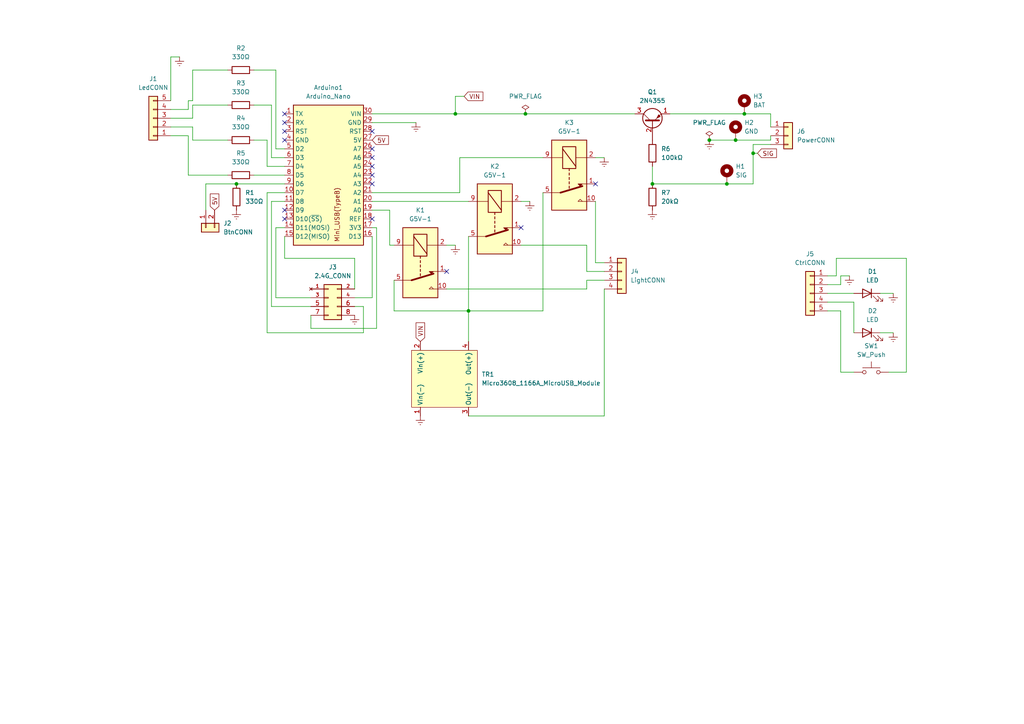
<source format=kicad_sch>
(kicad_sch (version 20211123) (generator eeschema)
  (paper "A4")
  (lib_symbols
    (symbol "Connector_Generic:Conn_01x02" (pin_names (offset 1.016) hide)
      (property "Reference" "J" (at 0 2.54 0))
      (property "Value" "Conn_01x02" (at 0 -5.08 0))
      (symbol "Conn_01x02_1_1"
        (rectangle (start -1.27 -2.413) (end 0 -2.667) (stroke (width 0.1524)))
        (rectangle (start -1.27 0.127) (end 0 -0.127) (stroke (width 0.1524)))
        (rectangle (start -1.27 1.27) (end 1.27 -3.81) (stroke (width 0.254)) (fill (type background)))
        (pin passive line (at -5.08 0 0) (length 3.81) (name "Pin_1") (number "1"))
        (pin passive line (at -5.08 -2.54 0) (length 3.81) (name "Pin_2") (number "2"))
      )
    )
    (symbol "Connector_Generic:Conn_01x04" (pin_names (offset 1.016) hide)
      (property "Reference" "J" (at 0 5.08 0))
      (property "Value" "Conn_01x04" (at 0 -7.62 0))
      (symbol "Conn_01x04_1_1"
        (rectangle (start -1.27 -4.953) (end 0 -5.207) (stroke (width 0.1524)))
        (rectangle (start -1.27 -2.413) (end 0 -2.667) (stroke (width 0.1524)))
        (rectangle (start -1.27 0.127) (end 0 -0.127) (stroke (width 0.1524)))
        (rectangle (start -1.27 2.667) (end 0 2.413) (stroke (width 0.1524)))
        (rectangle (start -1.27 3.81) (end 1.27 -6.35) (stroke (width 0.254)) (fill (type background)))
        (pin passive line (at -5.08 2.54 0) (length 3.81) (name "Pin_1") (number "1"))
        (pin passive line (at -5.08 0 0) (length 3.81) (name "Pin_2") (number "2"))
        (pin passive line (at -5.08 -2.54 0) (length 3.81) (name "Pin_3") (number "3"))
        (pin passive line (at -5.08 -5.08 0) (length 3.81) (name "Pin_4") (number "4"))
      )
    )
    (symbol "Connector_Generic:Conn_01x05" (pin_names (offset 1.016) hide)
      (property "Reference" "J" (at 0 7.62 0))
      (property "Value" "Conn_01x05" (at 0 -7.62 0))
      (symbol "Conn_01x05_1_1"
        (rectangle (start -1.27 -4.953) (end 0 -5.207) (stroke (width 0.1524)))
        (rectangle (start -1.27 -2.413) (end 0 -2.667) (stroke (width 0.1524)))
        (rectangle (start -1.27 0.127) (end 0 -0.127) (stroke (width 0.1524)))
        (rectangle (start -1.27 2.667) (end 0 2.413) (stroke (width 0.1524)))
        (rectangle (start -1.27 5.207) (end 0 4.953) (stroke (width 0.1524)))
        (rectangle (start -1.27 6.35) (end 1.27 -6.35) (stroke (width 0.254)) (fill (type background)))
        (pin passive line (at -5.08 5.08 0) (length 3.81) (name "Pin_1") (number "1"))
        (pin passive line (at -5.08 2.54 0) (length 3.81) (name "Pin_2") (number "2"))
        (pin passive line (at -5.08 0 0) (length 3.81) (name "Pin_3") (number "3"))
        (pin passive line (at -5.08 -2.54 0) (length 3.81) (name "Pin_4") (number "4"))
        (pin passive line (at -5.08 -5.08 0) (length 3.81) (name "Pin_5") (number "5"))
      )
    )
    (symbol "Connector_Generic:PowerCONN" (pin_names (offset 1.016) hide)
      (property "Reference" "J1" (at 2.54 1.2701 0))
      (property "Value" "PowerCONN" (at 2.54 -1.2699 0))
      (symbol "PowerCONN_1_1"
        (rectangle (start -1.27 -2.413) (end 0 -2.667) (stroke (width 0.1524)))
        (rectangle (start -1.27 0.127) (end 0 -0.127) (stroke (width 0.1524)))
        (rectangle (start -1.27 2.667) (end 0 2.413) (stroke (width 0.1524)))
        (rectangle (start -1.27 3.81) (end 1.27 -3.81) (stroke (width 0.254)) (fill (type background)))
        (pin passive line (at -5.08 2.54 0) (length 3.81) (name "Power") (number "1"))
        (pin passive line (at -5.08 0 0) (length 3.81) (name "Ground") (number "2"))
        (pin passive line (at -5.08 -2.54 0) (length 3.81) (name "Charging_Signal") (number "3"))
      )
    )
    (symbol "Connector_Generic_MountingPin:2.4G_CONN" (pin_names (offset 1.016) hide)
      (property "Reference" "J2" (at 1.27 8.89 0))
      (property "Value" "2.4G_CONN" (at 1.27 6.35 0))
      (symbol "2.4G_CONN_1_1"
        (rectangle (start -1.27 -4.953) (end 0 -5.207) (stroke (width 0.1524)))
        (rectangle (start -1.27 -2.413) (end 0 -2.667) (stroke (width 0.1524)))
        (rectangle (start -1.27 0.127) (end 0 -0.127) (stroke (width 0.1524)))
        (rectangle (start -1.27 2.667) (end 0 2.413) (stroke (width 0.1524)))
        (rectangle (start -1.27 3.81) (end 3.81 -6.35) (stroke (width 0.254)) (fill (type background)))
        (rectangle (start 3.81 -4.953) (end 2.54 -5.207) (stroke (width 0.1524)))
        (rectangle (start 3.81 -2.413) (end 2.54 -2.667) (stroke (width 0.1524)))
        (rectangle (start 3.81 0.127) (end 2.54 -0.127) (stroke (width 0.1524)))
        (rectangle (start 3.81 2.667) (end 2.54 2.413) (stroke (width 0.1524)))
        (pin no_connect line (at -5.08 2.54 0) (length 3.81) (name "EMPTY") (number "1"))
        (pin passive line (at 7.62 2.54 180) (length 3.81) (name "MISO") (number "2"))
        (pin passive line (at -5.08 0 0) (length 3.81) (name "MOSI") (number "3"))
        (pin passive line (at 7.62 0 180) (length 3.81) (name "SCLK") (number "4"))
        (pin passive line (at -5.08 -2.54 0) (length 3.81) (name "CSN") (number "5"))
        (pin passive line (at 7.62 -2.54 180) (length 3.81) (name "CE") (number "6"))
        (pin passive line (at -5.08 -5.08 0) (length 3.81) (name "VCC") (number "7"))
        (pin passive line (at 7.62 -5.08 180) (length 3.81) (name "GND") (number "8"))
      )
    )
    (symbol "Converter_DCDC:Micro3608_1166A_MicroUSB_Module"
      (property "Reference" "TR" (at 0 -11.43 0))
      (property "Value" "Micro3608_1166A_MicroUSB_Module" (at 0 -8.89 0))
      (symbol "Micro3608_1166A_MicroUSB_Module_0_1"
        (rectangle (start -8.89 11.43) (end 7.62 -7.62) (fill (type background)))
      )
      (symbol "Micro3608_1166A_MicroUSB_Module_1_1"
        (pin power_in line (at -11.43 8.89 0) (length 2.54) (name "Vin(-)") (number "1"))
        (pin power_in line (at 10.16 8.89 180) (length 2.54) (name "Vin(+)") (number "2"))
        (pin power_out line (at -11.43 -5.08 0) (length 2.54) (name "Out(-)") (number "3"))
        (pin power_out line (at 10.16 -5.08 180) (length 2.54) (name "Out(+)") (number "4"))
      )
    )
    (symbol "Device:LED" (pin_numbers hide) (pin_names (offset 1.016) hide)
      (property "Reference" "D" (at 0 2.54 0))
      (property "Value" "LED" (at 0 -2.54 0))
      (symbol "LED_0_1"
        (polyline (pts (xy -1.27 -1.27) (xy -1.27 1.27)) (stroke (width 0.254)))
        (polyline (pts (xy -1.27 0) (xy 1.27 0)))
        (polyline (pts (xy 1.27 -1.27) (xy 1.27 1.27) (xy -1.27 0) (xy 1.27 -1.27)) (stroke (width 0.254)))
        (polyline (pts (xy -3.048 -0.762) (xy -4.572 -2.286) (xy -3.81 -2.286) (xy -4.572 -2.286) (xy -4.572 -1.524)))
        (polyline (pts (xy -1.778 -0.762) (xy -3.302 -2.286) (xy -2.54 -2.286) (xy -3.302 -2.286) (xy -3.302 -1.524)))
      )
      (symbol "LED_1_1"
        (pin passive line (at -3.81 0 0) (length 2.54) (name "K") (number "1"))
        (pin passive line (at 3.81 0 180) (length 2.54) (name "A") (number "2"))
      )
    )
    (symbol "Device:R" (pin_numbers hide) (pin_names (offset 0))
      (property "Reference" "R" (at 2.032 0 90))
      (property "Value" "R" (at 0 0 90))
      (symbol "R_0_1"
        (rectangle (start -1.016 -2.54) (end 1.016 2.54) (stroke (width 0.254)))
      )
      (symbol "R_1_1"
        (pin passive line (at 0 3.81 270) (length 1.27) (name "~") (number "1"))
        (pin passive line (at 0 -3.81 90) (length 1.27) (name "~") (number "2"))
      )
    )
    (symbol "MCU_Module:Arduino_Nano"
      (property "Reference" "Arduino1" (at 0 26.67 0))
      (property "Value" "Arduino_Nano" (at 0 24.13 0))
      (symbol "Arduino_Nano_0_0"
        (text "Mini_USB(TypeB)" (at 2.54 -10.16 900) (effects (font (size 1.27 1.27))))
      )
      (symbol "Arduino_Nano_0_1"
        (rectangle (start -10.16 21.59) (end 10.16 -19.05) (stroke (width 0.254)) (fill (type background)))
      )
      (symbol "Arduino_Nano_1_1"
        (pin input line (at -12.7 19.05 0) (length 2.54) (name "TX") (number "1"))
        (pin bidirectional line (at -12.7 -3.81 0) (length 2.54) (name "D7") (number "10"))
        (pin bidirectional line (at -12.7 -6.35 0) (length 2.54) (name "D8") (number "11"))
        (pin bidirectional line (at -12.7 -8.89 0) (length 2.54) (name "D9") (number "12"))
        (pin bidirectional line (at -12.7 -11.43 0) (length 2.54) (name "D10(~{SS})") (number "13"))
        (pin bidirectional line (at -12.7 -13.97 0) (length 2.54) (name "D11(MOSI)") (number "14"))
        (pin bidirectional line (at -12.7 -16.51 0) (length 2.54) (name "D12(MISO)") (number "15"))
        (pin bidirectional line (at 12.7 -16.51 180) (length 2.54) (name "D13") (number "16"))
        (pin bidirectional line (at 12.7 -13.97 180) (length 2.54) (name "3V3") (number "17"))
        (pin bidirectional line (at 12.7 -11.43 180) (length 2.54) (name "REF") (number "18"))
        (pin bidirectional line (at 12.7 -8.89 180) (length 2.54) (name "A0") (number "19"))
        (pin output line (at -12.7 16.51 0) (length 2.54) (name "RX") (number "2"))
        (pin bidirectional line (at 12.7 -6.35 180) (length 2.54) (name "A1") (number "20"))
        (pin bidirectional line (at 12.7 -3.81 180) (length 2.54) (name "A2") (number "21"))
        (pin bidirectional line (at 12.7 -1.27 180) (length 2.54) (name "A3") (number "22"))
        (pin bidirectional line (at 12.7 1.27 180) (length 2.54) (name "A4") (number "23"))
        (pin bidirectional line (at 12.7 3.81 180) (length 2.54) (name "A5") (number "24"))
        (pin bidirectional line (at 12.7 6.35 180) (length 2.54) (name "A6") (number "25"))
        (pin bidirectional line (at 12.7 8.89 180) (length 2.54) (name "A7") (number "26"))
        (pin bidirectional line (at 12.7 11.43 180) (length 2.54) (name "5V") (number "27"))
        (pin input line (at 12.7 13.97 180) (length 2.54) (name "RST") (number "28"))
        (pin input line (at 12.7 16.51 180) (length 2.54) (name "GND") (number "29"))
        (pin bidirectional line (at -12.7 13.97 0) (length 2.54) (name "RST") (number "3"))
        (pin input line (at 12.7 19.05 180) (length 2.54) (name "VIN") (number "30"))
        (pin bidirectional line (at -12.7 11.43 0) (length 2.54) (name "GND") (number "4"))
        (pin bidirectional line (at -12.7 8.89 0) (length 2.54) (name "D2") (number "5"))
        (pin bidirectional line (at -12.7 6.35 0) (length 2.54) (name "D3") (number "6"))
        (pin bidirectional line (at -12.7 3.81 0) (length 2.54) (name "D4") (number "7"))
        (pin bidirectional line (at -12.7 1.27 0) (length 2.54) (name "D5") (number "8"))
        (pin bidirectional line (at -12.7 -1.27 0) (length 2.54) (name "D6") (number "9"))
      )
    )
    (symbol "Mechanical:MountingHole_Pad" (pin_numbers hide) (pin_names (offset 1.016) hide)
      (property "Reference" "H" (at 0 6.35 0))
      (property "Value" "MountingHole_Pad" (at 0 4.445 0))
      (symbol "MountingHole_Pad_0_1"
        (circle (center 0 1.27) (radius 1.27) (stroke (width 1.27)))
      )
      (symbol "MountingHole_Pad_1_1"
        (pin input line (at 0 -2.54 90) (length 2.54) (name "1") (number "1"))
      )
    )
    (symbol "Relay:G5V-1"
      (property "Reference" "K" (at 11.43 3.81 0))
      (property "Value" "G5V-1" (at 11.43 1.27 0))
      (symbol "G5V-1_0_0"
        (polyline (pts (xy 7.62 5.08) (xy 7.62 2.54) (xy 6.985 3.175) (xy 7.62 3.81)))
      )
      (symbol "G5V-1_0_1"
        (rectangle (start -10.16 5.08) (end 10.16 -5.08) (stroke (width 0.254)) (fill (type background)))
        (rectangle (start -8.255 1.905) (end -1.905 -1.905) (stroke (width 0.254)))
        (polyline (pts (xy -7.62 -1.905) (xy -2.54 1.905)) (stroke (width 0.254)))
        (polyline (pts (xy -5.08 -5.08) (xy -5.08 -1.905)))
        (polyline (pts (xy -5.08 5.08) (xy -5.08 1.905)))
        (polyline (pts (xy -1.905 0) (xy -1.27 0)) (stroke (width 0.254)))
        (polyline (pts (xy -0.635 0) (xy 0 0)) (stroke (width 0.254)))
        (polyline (pts (xy 0.635 0) (xy 1.27 0)) (stroke (width 0.254)))
        (polyline (pts (xy 1.905 0) (xy 2.54 0)) (stroke (width 0.254)))
        (polyline (pts (xy 3.175 0) (xy 3.81 0)) (stroke (width 0.254)))
        (polyline (pts (xy 5.08 -2.54) (xy 3.175 3.81)) (stroke (width 0.508)))
        (polyline (pts (xy 5.08 -2.54) (xy 5.08 -5.08)))
        (polyline (pts (xy 2.54 5.08) (xy 2.54 2.54) (xy 3.175 3.175) (xy 2.54 3.81)) (fill (type outline)))
      )
      (symbol "G5V-1_1_1"
        (pin passive line (at 2.54 7.62 270) (length 2.54) (name "~") (number "1"))
        (pin passive line (at 7.62 7.62 270) (length 2.54) (name "~") (number "10"))
        (pin passive line (at -5.08 7.62 270) (length 2.54) (name "~") (number "2"))
        (pin passive line (at 5.08 -7.62 90) (length 2.54) (name "~") (number "5"))
        (pin passive line (at 5.08 -7.62 90) (length 2.54) hide (name "~") (number "6"))
        (pin passive line (at -5.08 -7.62 90) (length 2.54) (name "~") (number "9"))
      )
    )
    (symbol "Switch:SW_Push" (pin_numbers hide) (pin_names (offset 1.016) hide)
      (property "Reference" "SW" (at 1.27 2.54 0))
      (property "Value" "SW_Push" (at 0 -1.524 0))
      (symbol "SW_Push_0_1"
        (circle (center -2.032 0) (radius 0.508))
        (polyline (pts (xy 0 1.27) (xy 0 3.048)))
        (polyline (pts (xy 2.54 1.27) (xy -2.54 1.27)))
        (circle (center 2.032 0) (radius 0.508))
        (pin passive line (at -5.08 0 0) (length 2.54) (name "1") (number "1"))
        (pin passive line (at 5.08 0 180) (length 2.54) (name "2") (number "2"))
      )
    )
    (symbol "Transistor_BJT:2N3906" (pin_names (offset 0) hide)
      (property "Reference" "Q" (at 5.08 1.905 0))
      (property "Value" "2N3906" (at 5.08 0 0))
      (symbol "2N3906_0_1"
        (polyline (pts (xy 0.635 0.635) (xy 2.54 2.54)))
        (polyline (pts (xy 0.635 -0.635) (xy 2.54 -2.54) (xy 2.54 -2.54)))
        (polyline (pts (xy 0.635 1.905) (xy 0.635 -1.905) (xy 0.635 -1.905)) (stroke (width 0.508)))
        (polyline (pts (xy 2.286 -1.778) (xy 1.778 -2.286) (xy 1.27 -1.27) (xy 2.286 -1.778) (xy 2.286 -1.778)) (fill (type outline)))
        (circle (center 1.27 0) (radius 2.8194) (stroke (width 0.254)))
      )
      (symbol "2N3906_1_1"
        (pin passive line (at 2.54 -5.08 90) (length 2.54) (name "E") (number "1"))
        (pin input line (at -5.08 0 0) (length 5.715) (name "B") (number "2"))
        (pin passive line (at 2.54 5.08 270) (length 2.54) (name "C") (number "3"))
      )
    )
    (symbol "power:Earth" (power) (pin_names (offset 0))
      (symbol "Earth_0_1"
        (polyline (pts (xy -0.635 -1.905) (xy 0.635 -1.905)))
        (polyline (pts (xy -0.127 -2.54) (xy 0.127 -2.54)))
        (polyline (pts (xy 0 -1.27) (xy 0 0)))
        (polyline (pts (xy 1.27 -1.27) (xy -1.27 -1.27)))
      )
      (symbol "Earth_1_1"
        (pin power_in line (at 0 0 270) (length 0) hide (name "Earth") (number "1"))
      )
    )
    (symbol "power:PWR_FLAG" (power) (pin_numbers hide) (pin_names (offset 0) hide)
      (property "Value" "PWR_FLAG" (at 0 3.81 0))
      (symbol "PWR_FLAG_0_0"
        (pin power_out line (at 0 0 90) (length 0) (name "pwr") (number "1"))
      )
      (symbol "PWR_FLAG_0_1"
        (polyline (pts (xy 0 0) (xy 0 1.27) (xy -1.016 1.905) (xy 0 2.54) (xy 1.016 1.905) (xy 0 1.27)))
      )
    )
  )
  (junction (at 213.36 40.64))
  (junction (at 205.74 40.64))
  (junction (at 210.82 53.34))
  (junction (at 215.9 33.02))
  (junction (at 132.08 33.02))
  (junction (at 152.4 33.02))
  (junction (at 189.23 53.34))
  (junction (at 218.44 44.45))
  (junction (at 68.58 53.34))
  (junction (at 135.89 90.17))
  (no_connect (at 107.95 50.8))
  (no_connect (at 107.95 38.1))
  (no_connect (at 107.95 63.5))
  (no_connect (at 107.95 53.34))
  (no_connect (at 82.55 33.02))
  (no_connect (at 82.55 40.64))
  (no_connect (at 107.95 48.26))
  (no_connect (at 82.55 63.5))
  (no_connect (at 82.55 35.56))
  (no_connect (at 107.95 43.18))
  (no_connect (at 107.95 45.72))
  (no_connect (at 172.72 53.34))
  (no_connect (at 151.13 66.04))
  (no_connect (at 129.54 78.74))
  (no_connect (at 82.55 38.1))
  (no_connect (at 82.55 60.96))
  (wire (pts (xy 107.95 60.96) (xy 113.03 60.96)))
  (wire (pts (xy 240.03 82.55) (xy 243.84 82.55)))
  (wire (pts (xy 77.47 55.88) (xy 77.47 96.52)))
  (wire (pts (xy 66.04 20.32) (xy 55.88 20.32)))
  (wire (pts (xy 133.35 45.72) (xy 133.35 55.88)))
  (wire (pts (xy 55.88 40.64) (xy 55.88 36.83)))
  (wire (pts (xy 73.66 40.64) (xy 77.47 40.64)))
  (wire (pts (xy 114.3 90.17) (xy 114.3 81.28)))
  (wire (pts (xy 80.01 86.36) (xy 90.17 86.36)))
  (wire (pts (xy 77.47 40.64) (xy 77.47 48.26)))
  (wire (pts (xy 170.18 81.28) (xy 175.26 81.28)))
  (wire (pts (xy 151.13 71.12) (xy 170.18 71.12)))
  (wire (pts (xy 172.72 45.72) (xy 175.26 45.72)))
  (wire (pts (xy 157.48 55.88) (xy 157.48 90.17)))
  (wire (pts (xy 132.08 33.02) (xy 152.4 33.02)))
  (wire (pts (xy 68.58 53.34) (xy 82.55 53.34)))
  (wire (pts (xy 135.89 90.17) (xy 135.89 68.58)))
  (wire (pts (xy 107.95 68.58) (xy 107.95 86.36)))
  (wire (pts (xy 129.54 83.82) (xy 170.18 83.82)))
  (wire (pts (xy 129.54 71.12) (xy 132.08 71.12)))
  (wire (pts (xy 54.61 31.75) (xy 49.53 31.75)))
  (wire (pts (xy 240.03 87.63) (xy 247.65 87.63)))
  (wire (pts (xy 78.74 88.9) (xy 90.17 88.9)))
  (wire (pts (xy 152.4 33.02) (xy 184.15 33.02)))
  (wire (pts (xy 54.61 29.21) (xy 54.61 31.75)))
  (wire (pts (xy 223.52 33.02) (xy 223.52 36.83)))
  (wire (pts (xy 170.18 78.74) (xy 175.26 78.74)))
  (wire (pts (xy 77.47 48.26) (xy 82.55 48.26)))
  (wire (pts (xy 255.27 96.52) (xy 259.08 96.52)))
  (wire (pts (xy 82.55 58.42) (xy 78.74 58.42)))
  (wire (pts (xy 218.44 41.91) (xy 218.44 44.45)))
  (wire (pts (xy 59.69 53.34) (xy 59.69 60.96)))
  (wire (pts (xy 113.03 71.12) (xy 114.3 71.12)))
  (wire (pts (xy 107.95 86.36) (xy 102.87 86.36)))
  (wire (pts (xy 66.04 50.8) (xy 54.61 50.8)))
  (wire (pts (xy 132.08 27.94) (xy 134.62 27.94)))
  (wire (pts (xy 113.03 60.96) (xy 113.03 71.12)))
  (wire (pts (xy 170.18 71.12) (xy 170.18 78.74)))
  (wire (pts (xy 189.23 48.26) (xy 189.23 53.34)))
  (wire (pts (xy 73.66 50.8) (xy 82.55 50.8)))
  (wire (pts (xy 55.88 34.29) (xy 49.53 34.29)))
  (wire (pts (xy 54.61 39.37) (xy 49.53 39.37)))
  (wire (pts (xy 170.18 83.82) (xy 170.18 81.28)))
  (wire (pts (xy 66.04 40.64) (xy 55.88 40.64)))
  (wire (pts (xy 80.01 66.04) (xy 80.01 86.36)))
  (wire (pts (xy 135.89 90.17) (xy 114.3 90.17)))
  (wire (pts (xy 78.74 30.48) (xy 78.74 45.72)))
  (wire (pts (xy 54.61 50.8) (xy 54.61 39.37)))
  (wire (pts (xy 107.95 58.42) (xy 135.89 58.42)))
  (wire (pts (xy 82.55 66.04) (xy 80.01 66.04)))
  (wire (pts (xy 243.84 80.01) (xy 246.38 80.01)))
  (wire (pts (xy 105.41 96.52) (xy 105.41 88.9)))
  (wire (pts (xy 247.65 87.63) (xy 247.65 96.52)))
  (wire (pts (xy 194.31 33.02) (xy 215.9 33.02)))
  (wire (pts (xy 102.87 88.9) (xy 105.41 88.9)))
  (wire (pts (xy 215.9 33.02) (xy 223.52 33.02)))
  (wire (pts (xy 135.89 99.06) (xy 135.89 90.17)))
  (wire (pts (xy 218.44 44.45) (xy 219.71 44.45)))
  (wire (pts (xy 255.27 85.09) (xy 259.08 85.09)))
  (wire (pts (xy 157.48 45.72) (xy 133.35 45.72)))
  (wire (pts (xy 262.89 74.93) (xy 262.89 107.95)))
  (wire (pts (xy 78.74 58.42) (xy 78.74 88.9)))
  (wire (pts (xy 55.88 29.21) (xy 54.61 29.21)))
  (wire (pts (xy 109.22 66.04) (xy 109.22 95.25)))
  (wire (pts (xy 157.48 90.17) (xy 135.89 90.17)))
  (wire (pts (xy 175.26 120.65) (xy 175.26 83.82)))
  (wire (pts (xy 102.87 74.93) (xy 102.87 83.82)))
  (wire (pts (xy 73.66 20.32) (xy 80.01 20.32)))
  (wire (pts (xy 218.44 44.45) (xy 218.44 53.34)))
  (wire (pts (xy 90.17 95.25) (xy 109.22 95.25)))
  (wire (pts (xy 66.04 30.48) (xy 55.88 30.48)))
  (wire (pts (xy 55.88 20.32) (xy 55.88 29.21)))
  (wire (pts (xy 55.88 36.83) (xy 49.53 36.83)))
  (wire (pts (xy 172.72 76.2) (xy 175.26 76.2)))
  (wire (pts (xy 240.03 85.09) (xy 247.65 85.09)))
  (wire (pts (xy 151.13 58.42) (xy 153.67 58.42)))
  (wire (pts (xy 73.66 30.48) (xy 78.74 30.48)))
  (wire (pts (xy 242.57 80.01) (xy 242.57 74.93)))
  (wire (pts (xy 243.84 82.55) (xy 243.84 80.01)))
  (wire (pts (xy 78.74 45.72) (xy 82.55 45.72)))
  (wire (pts (xy 218.44 41.91) (xy 223.52 41.91)))
  (wire (pts (xy 189.23 53.34) (xy 210.82 53.34)))
  (wire (pts (xy 132.08 33.02) (xy 132.08 27.94)))
  (wire (pts (xy 257.81 107.95) (xy 262.89 107.95)))
  (wire (pts (xy 213.36 40.64) (xy 223.52 40.64)))
  (wire (pts (xy 172.72 58.42) (xy 172.72 76.2)))
  (wire (pts (xy 80.01 20.32) (xy 80.01 43.18)))
  (wire (pts (xy 107.95 55.88) (xy 133.35 55.88)))
  (wire (pts (xy 210.82 53.34) (xy 218.44 53.34)))
  (wire (pts (xy 205.74 40.64) (xy 213.36 40.64)))
  (wire (pts (xy 80.01 43.18) (xy 82.55 43.18)))
  (wire (pts (xy 82.55 55.88) (xy 77.47 55.88)))
  (wire (pts (xy 82.55 68.58) (xy 82.55 74.93)))
  (wire (pts (xy 77.47 96.52) (xy 105.41 96.52)))
  (wire (pts (xy 240.03 90.17) (xy 243.84 90.17)))
  (wire (pts (xy 242.57 74.93) (xy 262.89 74.93)))
  (wire (pts (xy 107.95 35.56) (xy 120.65 35.56)))
  (wire (pts (xy 135.89 120.65) (xy 175.26 120.65)))
  (wire (pts (xy 243.84 107.95) (xy 247.65 107.95)))
  (wire (pts (xy 49.53 16.51) (xy 52.07 16.51)))
  (wire (pts (xy 243.84 90.17) (xy 243.84 107.95)))
  (wire (pts (xy 223.52 40.64) (xy 223.52 39.37)))
  (wire (pts (xy 107.95 66.04) (xy 109.22 66.04)))
  (wire (pts (xy 55.88 30.48) (xy 55.88 34.29)))
  (wire (pts (xy 49.53 29.21) (xy 49.53 16.51)))
  (wire (pts (xy 59.69 53.34) (xy 68.58 53.34)))
  (wire (pts (xy 240.03 80.01) (xy 242.57 80.01)))
  (wire (pts (xy 107.95 33.02) (xy 132.08 33.02)))
  (wire (pts (xy 90.17 91.44) (xy 90.17 95.25)))
  (wire (pts (xy 82.55 74.93) (xy 102.87 74.93)))
  (global_label "VIN" (shape input) (at 121.92 99.06 90) (property "Intersheet References" "${INTERSHEET_REFS}" (effects hide)))
  (global_label "5V" (shape input) (at 107.95 40.64 0) (property "Intersheet References" "${INTERSHEET_REFS}" (effects hide)))
  (global_label "5V" (shape input) (at 62.23 60.96 90) (property "Intersheet References" "${INTERSHEET_REFS}" (effects hide)))
  (global_label "SIG" (shape input) (at 219.71 44.45 0) (property "Intersheet References" "${INTERSHEET_REFS}" (effects hide)))
  (global_label "VIN" (shape input) (at 134.62 27.94 0) (property "Intersheet References" "${INTERSHEET_REFS}" (effects hide)))
  (symbol (lib_id "power:Earth") (at 68.58 60.96 0) (unit 1)
    (property "Reference" "#PWR0114" (effects hide))
    (property "Value" "Earth" (effects hide))
  )
  (symbol (lib_id "Relay:G5V-1") (at 121.92 76.2 270) (unit 1)
    (property "Reference" "K1" (at 121.92 60.96 90))
    (property "Value" "G5V-1" (at 121.92 63.5 90))
    (property "Footprint" "Relay_THT:Relay_SPDT_Omron_G5V-1" (effects hide))
    (property "Datasheet" "http://omronfs.omron.com/en_US/ecb/products/pdf/en-g5v_1.pdf" (effects hide))
  )
  (symbol (lib_id "power:Earth") (at 132.08 71.12 0) (unit 1)
    (property "Reference" "#PWR0112" (effects hide))
    (property "Value" "Earth" (effects hide))
  )
  (symbol (lib_id "power:Earth") (at 121.92 120.65 0) (unit 1)
    (property "Reference" "#PWR0108" (effects hide))
    (property "Value" "Earth" (effects hide))
  )
  (symbol (lib_id "Device:R") (at 69.85 20.32 90) (unit 1)
    (property "Reference" "R2" (at 69.85 13.97 90))
    (property "Value" "330Ω" (at 69.85 16.51 90))
    (property "Footprint" "Resistor_SMD:R_1206_3216Metric_Pad1.30x1.75mm_HandSolder" (effects hide))
  )
  (symbol (lib_id "power:Earth") (at 52.07 16.51 0) (unit 1)
    (property "Reference" "#PWR0101" (effects hide))
    (property "Value" "Earth" (effects hide))
  )
  (symbol (lib_id "Connector_Generic_MountingPin:2.4G_CONN") (at 95.25 86.36 0) (unit 1)
    (property "Reference" "J3" (at 96.52 77.47 0))
    (property "Value" "2.4G_CONN" (at 96.52 80.01 0))
    (property "Footprint" "Connector_PinHeader_2.54mm:PinHeader_2x04_P2.54mm_Vertical" (effects hide))
  )
  (symbol (lib_id "Relay:G5V-1") (at 143.51 63.5 270) (unit 1)
    (property "Reference" "K2" (at 143.51 48.26 90))
    (property "Value" "G5V-1" (at 143.51 50.8 90))
    (property "Footprint" "Relay_THT:Relay_SPDT_Omron_G5V-1" (effects hide))
    (property "Datasheet" "http://omronfs.omron.com/en_US/ecb/products/pdf/en-g5v_1.pdf" (effects hide))
  )
  (symbol (lib_id "power:Earth") (at 246.38 80.01 0) (unit 1)
    (property "Reference" "#PWR0104" (effects hide))
    (property "Value" "Earth" (effects hide))
  )
  (symbol (lib_id "Mechanical:MountingHole_Pad") (at 213.36 38.1 0) (unit 1)
    (property "Reference" "H2" (at 215.9 35.5599 0) (effects (justify left)))
    (property "Value" "GND" (at 215.9 38.0999 0) (effects (justify left)))
    (property "Footprint" "TestPoint:TestPoint_Pad_D3.0mm" (effects hide))
  )
  (symbol (lib_id "Device:LED") (at 251.46 96.52 0) (mirror y) (unit 1)
    (property "Reference" "D2" (at 253.0475 90.17 0))
    (property "Value" "LED" (at 253.0475 92.71 0))
    (property "Footprint" "LED_THT:LED_D5.0mm" (effects hide))
  )
  (symbol (lib_id "Converter_DCDC:Micro3608_1166A_MicroUSB_Module") (at 130.81 109.22 90) (unit 1)
    (property "Reference" "TR1" (at 139.7 108.5849 90) (effects (justify right)))
    (property "Value" "Micro3608_1166A_MicroUSB_Module" (at 139.7 111.1249 90) (effects (justify right)))
    (property "Footprint" "Transistor_Power_Module:Micro3608_1166A_MicroUSB_Module" (effects hide))
  )
  (symbol (lib_id "Switch:SW_Push") (at 252.73 107.95 0) (unit 1)
    (property "Reference" "SW1" (at 252.73 100.33 0))
    (property "Value" "SW_Push" (at 252.73 102.87 0))
    (property "Footprint" "Connector_PinHeader_2.54mm:PinHeader_1x02_P2.54mm_Vertical" (effects hide))
  )
  (symbol (lib_id "Connector_Generic:Conn_01x02") (at 59.69 66.04 90) (mirror x) (unit 1)
    (property "Reference" "J2" (at 64.77 64.7699 90) (effects (justify right)))
    (property "Value" "BtnCONN" (at 64.77 67.3099 90) (effects (justify right)))
    (property "Footprint" "Connector_PinHeader_2.54mm:PinHeader_1x02_P2.54mm_Vertical" (effects hide))
  )
  (symbol (lib_id "Connector_Generic:Conn_01x05") (at 44.45 34.29 180) (unit 1)
    (property "Reference" "J1" (at 44.45 22.86 0))
    (property "Value" "LedCONN" (at 44.45 25.4 0))
    (property "Footprint" "Connector_PinHeader_2.54mm:PinHeader_1x05_P2.54mm_Vertical" (effects hide))
  )
  (symbol (lib_id "power:PWR_FLAG") (at 152.4 33.02 0) (unit 1)
    (property "Reference" "#FLG0101" (effects hide))
    (property "Value" "PWR_FLAG" (at 152.4 27.94 0))
  )
  (symbol (lib_id "power:Earth") (at 153.67 58.42 0) (unit 1)
    (property "Reference" "#PWR0106" (effects hide))
    (property "Value" "Earth" (effects hide))
  )
  (symbol (lib_id "Transistor_BJT:2N3906") (at 189.23 35.56 90) (unit 1)
    (property "Reference" "Q1" (at 189.23 26.67 90))
    (property "Value" "2N4355" (at 189.23 29.21 90))
    (property "Footprint" "Package_TO_SOT_THT:TO-92_Inline" (effects hide))
    (property "Datasheet" "https://www.onsemi.com/pub/Collateral/2N3906-D.PDF" (effects hide))
  )
  (symbol (lib_id "Device:R") (at 189.23 44.45 0) (unit 1)
    (property "Reference" "R6" (at 191.77 43.1799 0) (effects (justify left)))
    (property "Value" "100kΩ" (at 191.77 45.7199 0) (effects (justify left)))
    (property "Footprint" "Resistor_SMD:R_1206_3216Metric_Pad1.30x1.75mm_HandSolder" (effects hide))
  )
  (symbol (lib_id "power:PWR_FLAG") (at 205.74 40.64 0) (unit 1)
    (property "Reference" "#FLG01" (effects hide))
    (property "Value" "PWR_FLAG" (at 205.74 35.56 0))
  )
  (symbol (lib_id "power:Earth") (at 102.87 91.44 0) (unit 1)
    (property "Reference" "#PWR0113" (effects hide))
    (property "Value" "Earth" (effects hide))
  )
  (symbol (lib_id "Mechanical:MountingHole_Pad") (at 210.82 50.8 0) (unit 1)
    (property "Reference" "H1" (at 213.36 48.2599 0) (effects (justify left)))
    (property "Value" "SIG" (at 213.36 50.7999 0) (effects (justify left)))
    (property "Footprint" "TestPoint:TestPoint_Pad_D3.0mm" (effects hide))
  )
  (symbol (lib_id "power:Earth") (at 189.23 60.96 0) (unit 1)
    (property "Reference" "#PWR01" (effects hide))
    (property "Value" "Earth" (effects hide))
  )
  (symbol (lib_id "MCU_Module:Arduino_Nano") (at 95.25 52.07 0) (unit 1)
    (property "Reference" "Arduino1" (at 95.25 25.4 0))
    (property "Value" "Arduino_Nano" (at 95.25 27.94 0))
    (property "Footprint" "Module:Arduino_Nano" (effects hide))
  )
  (symbol (lib_id "Device:R") (at 69.85 30.48 90) (unit 1)
    (property "Reference" "R3" (at 69.85 24.13 90))
    (property "Value" "330Ω" (at 69.85 26.67 90))
    (property "Footprint" "Resistor_SMD:R_1206_3216Metric_Pad1.30x1.75mm_HandSolder" (effects hide))
  )
  (symbol (lib_id "power:Earth") (at 259.08 96.52 0) (unit 1)
    (property "Reference" "#PWR0102" (effects hide))
    (property "Value" "Earth" (effects hide))
  )
  (symbol (lib_id "Mechanical:MountingHole_Pad") (at 215.9 30.48 0) (unit 1)
    (property "Reference" "H3" (at 218.44 27.9399 0) (effects (justify left)))
    (property "Value" "BAT" (at 218.44 30.4799 0) (effects (justify left)))
    (property "Footprint" "TestPoint:TestPoint_Pad_D3.0mm" (effects hide))
  )
  (symbol (lib_id "power:Earth") (at 120.65 35.56 0) (unit 1)
    (property "Reference" "#PWR0111" (effects hide))
    (property "Value" "Earth" (effects hide))
  )
  (symbol (lib_id "Relay:G5V-1") (at 165.1 50.8 270) (unit 1)
    (property "Reference" "K3" (at 165.1 35.56 90))
    (property "Value" "G5V-1" (at 165.1 38.1 90))
    (property "Footprint" "Relay_THT:Relay_SPDT_Omron_G5V-1" (effects hide))
    (property "Datasheet" "http://omronfs.omron.com/en_US/ecb/products/pdf/en-g5v_1.pdf" (effects hide))
  )
  (symbol (lib_id "Device:R") (at 189.23 57.15 0) (unit 1)
    (property "Reference" "R7" (at 191.77 55.8799 0) (effects (justify left)))
    (property "Value" "20kΩ" (at 191.77 58.4199 0) (effects (justify left)))
    (property "Footprint" "Resistor_SMD:R_1206_3216Metric_Pad1.30x1.75mm_HandSolder" (effects hide))
  )
  (symbol (lib_id "power:Earth") (at 205.74 40.64 0) (unit 1)
    (property "Reference" "#PWR02" (effects hide))
    (property "Value" "Earth" (effects hide))
  )
  (symbol (lib_id "power:Earth") (at 175.26 45.72 0) (unit 1)
    (property "Reference" "#PWR0107" (effects hide))
    (property "Value" "Earth" (effects hide))
  )
  (symbol (lib_id "Connector_Generic:PowerCONN") (at 228.6 39.37 0) (unit 1)
    (property "Reference" "J6" (at 231.14 38.0999 0) (effects (justify left)))
    (property "Value" "PowerCONN" (at 231.14 40.6399 0) (effects (justify left)))
    (property "Footprint" "Connector_PinHeader_2.54mm:PinHeader_1x03_P2.54mm_Vertical" (effects hide))
  )
  (symbol (lib_id "Device:R") (at 68.58 57.15 0) (unit 1)
    (property "Reference" "R1" (at 71.12 55.8799 0) (effects (justify left)))
    (property "Value" "330Ω" (at 71.12 58.4199 0) (effects (justify left)))
    (property "Footprint" "Resistor_SMD:R_1206_3216Metric_Pad1.30x1.75mm_HandSolder" (effects hide))
  )
  (symbol (lib_id "Device:LED") (at 251.46 85.09 0) (mirror y) (unit 1)
    (property "Reference" "D1" (at 253.0475 78.74 0))
    (property "Value" "LED" (at 253.0475 81.28 0))
    (property "Footprint" "LED_THT:LED_D5.0mm" (effects hide))
  )
  (symbol (lib_id "power:Earth") (at 259.08 85.09 0) (unit 1)
    (property "Reference" "#PWR0103" (effects hide))
    (property "Value" "Earth" (effects hide))
  )
  (symbol (lib_id "Device:R") (at 69.85 50.8 90) (unit 1)
    (property "Reference" "R5" (at 69.85 44.45 90))
    (property "Value" "330Ω" (at 69.85 46.99 90))
    (property "Footprint" "Resistor_SMD:R_1206_3216Metric_Pad1.30x1.75mm_HandSolder" (effects hide))
  )
  (symbol (lib_id "Connector_Generic:Conn_01x04") (at 180.34 78.74 0) (unit 1)
    (property "Reference" "J4" (at 182.88 78.7399 0) (effects (justify left)))
    (property "Value" "LightCONN" (at 182.88 81.2799 0) (effects (justify left)))
    (property "Footprint" "Connector_PinHeader_2.54mm:PinHeader_1x04_P2.54mm_Vertical" (effects hide))
  )
  (symbol (lib_id "Device:R") (at 69.85 40.64 90) (unit 1)
    (property "Reference" "R4" (at 69.85 34.29 90))
    (property "Value" "330Ω" (at 69.85 36.83 90))
    (property "Footprint" "Resistor_SMD:R_1206_3216Metric_Pad1.30x1.75mm_HandSolder" (effects hide))
  )
  (symbol (lib_id "Connector_Generic:Conn_01x05") (at 234.95 85.09 0) (mirror y) (unit 1)
    (property "Reference" "J5" (at 234.95 73.66 0))
    (property "Value" "CtrlCONN" (at 234.95 76.2 0))
    (property "Footprint" "Connector_PinHeader_2.54mm:PinHeader_1x05_P2.54mm_Vertical" (effects hide))
  )
)
</source>
